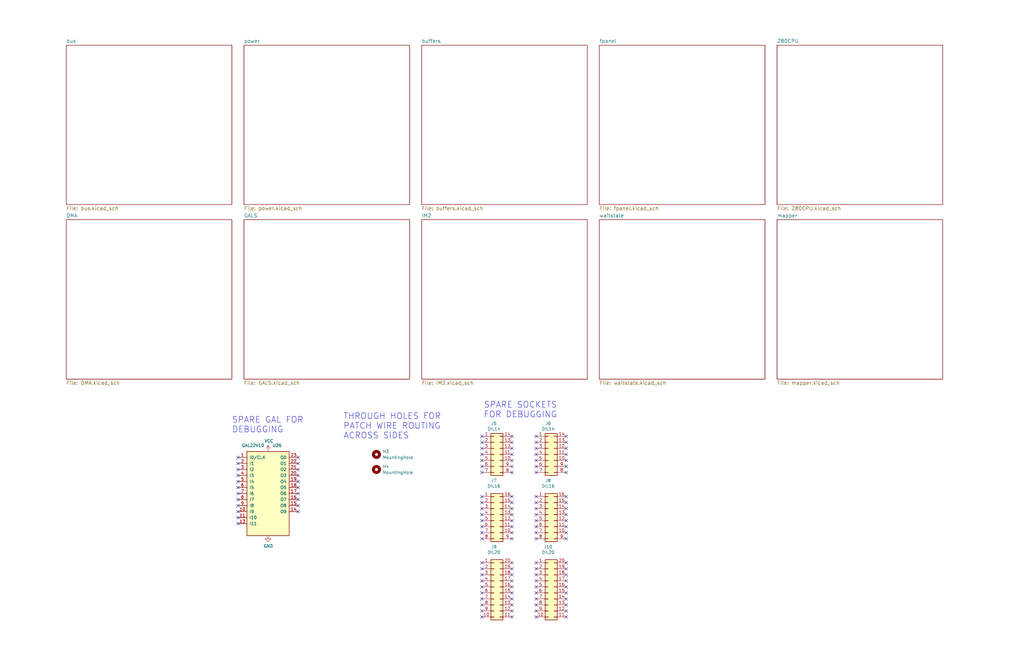
<source format=kicad_sch>
(kicad_sch (version 20211123) (generator eeschema)
  (paper "B")
  (lib_symbols
    (symbol "Connector_Generic:Conn_02x07_Counter_Clockwise" (pin_names (offset 1.016) hide)
      (property "Reference" "J" (at 1.27 10.16 0))
      (property "Value" "Conn_02x07_Counter_Clockwise" (at 1.27 -10.16 0))
      (symbol "Conn_02x07_Counter_Clockwise_1_1"
        (rectangle (start -1.27 -7.493) (end 0 -7.747) (stroke (width 0.1524)))
        (rectangle (start -1.27 -4.953) (end 0 -5.207) (stroke (width 0.1524)))
        (rectangle (start -1.27 -2.413) (end 0 -2.667) (stroke (width 0.1524)))
        (rectangle (start -1.27 0.127) (end 0 -0.127) (stroke (width 0.1524)))
        (rectangle (start -1.27 2.667) (end 0 2.413) (stroke (width 0.1524)))
        (rectangle (start -1.27 5.207) (end 0 4.953) (stroke (width 0.1524)))
        (rectangle (start -1.27 7.747) (end 0 7.493) (stroke (width 0.1524)))
        (rectangle (start -1.27 8.89) (end 3.81 -8.89) (stroke (width 0.254)) (fill (type background)))
        (rectangle (start 3.81 -7.493) (end 2.54 -7.747) (stroke (width 0.1524)))
        (rectangle (start 3.81 -4.953) (end 2.54 -5.207) (stroke (width 0.1524)))
        (rectangle (start 3.81 -2.413) (end 2.54 -2.667) (stroke (width 0.1524)))
        (rectangle (start 3.81 0.127) (end 2.54 -0.127) (stroke (width 0.1524)))
        (rectangle (start 3.81 2.667) (end 2.54 2.413) (stroke (width 0.1524)))
        (rectangle (start 3.81 5.207) (end 2.54 4.953) (stroke (width 0.1524)))
        (rectangle (start 3.81 7.747) (end 2.54 7.493) (stroke (width 0.1524)))
        (pin passive line (at -5.08 7.62 0) (length 3.81) (name "Pin_1") (number "1"))
        (pin passive line (at 7.62 -2.54 180) (length 3.81) (name "Pin_10") (number "10"))
        (pin passive line (at 7.62 0 180) (length 3.81) (name "Pin_11") (number "11"))
        (pin passive line (at 7.62 2.54 180) (length 3.81) (name "Pin_12") (number "12"))
        (pin passive line (at 7.62 5.08 180) (length 3.81) (name "Pin_13") (number "13"))
        (pin passive line (at 7.62 7.62 180) (length 3.81) (name "Pin_14") (number "14"))
        (pin passive line (at -5.08 5.08 0) (length 3.81) (name "Pin_2") (number "2"))
        (pin passive line (at -5.08 2.54 0) (length 3.81) (name "Pin_3") (number "3"))
        (pin passive line (at -5.08 0 0) (length 3.81) (name "Pin_4") (number "4"))
        (pin passive line (at -5.08 -2.54 0) (length 3.81) (name "Pin_5") (number "5"))
        (pin passive line (at -5.08 -5.08 0) (length 3.81) (name "Pin_6") (number "6"))
        (pin passive line (at -5.08 -7.62 0) (length 3.81) (name "Pin_7") (number "7"))
        (pin passive line (at 7.62 -7.62 180) (length 3.81) (name "Pin_8") (number "8"))
        (pin passive line (at 7.62 -5.08 180) (length 3.81) (name "Pin_9") (number "9"))
      )
    )
    (symbol "Connector_Generic:Conn_02x08_Counter_Clockwise" (pin_names (offset 1.016) hide)
      (property "Reference" "J" (at 1.27 10.16 0))
      (property "Value" "Conn_02x08_Counter_Clockwise" (at 1.27 -12.7 0))
      (symbol "Conn_02x08_Counter_Clockwise_1_1"
        (rectangle (start -1.27 -10.033) (end 0 -10.287) (stroke (width 0.1524)))
        (rectangle (start -1.27 -7.493) (end 0 -7.747) (stroke (width 0.1524)))
        (rectangle (start -1.27 -4.953) (end 0 -5.207) (stroke (width 0.1524)))
        (rectangle (start -1.27 -2.413) (end 0 -2.667) (stroke (width 0.1524)))
        (rectangle (start -1.27 0.127) (end 0 -0.127) (stroke (width 0.1524)))
        (rectangle (start -1.27 2.667) (end 0 2.413) (stroke (width 0.1524)))
        (rectangle (start -1.27 5.207) (end 0 4.953) (stroke (width 0.1524)))
        (rectangle (start -1.27 7.747) (end 0 7.493) (stroke (width 0.1524)))
        (rectangle (start -1.27 8.89) (end 3.81 -11.43) (stroke (width 0.254)) (fill (type background)))
        (rectangle (start 3.81 -10.033) (end 2.54 -10.287) (stroke (width 0.1524)))
        (rectangle (start 3.81 -7.493) (end 2.54 -7.747) (stroke (width 0.1524)))
        (rectangle (start 3.81 -4.953) (end 2.54 -5.207) (stroke (width 0.1524)))
        (rectangle (start 3.81 -2.413) (end 2.54 -2.667) (stroke (width 0.1524)))
        (rectangle (start 3.81 0.127) (end 2.54 -0.127) (stroke (width 0.1524)))
        (rectangle (start 3.81 2.667) (end 2.54 2.413) (stroke (width 0.1524)))
        (rectangle (start 3.81 5.207) (end 2.54 4.953) (stroke (width 0.1524)))
        (rectangle (start 3.81 7.747) (end 2.54 7.493) (stroke (width 0.1524)))
        (pin passive line (at -5.08 7.62 0) (length 3.81) (name "Pin_1") (number "1"))
        (pin passive line (at 7.62 -7.62 180) (length 3.81) (name "Pin_10") (number "10"))
        (pin passive line (at 7.62 -5.08 180) (length 3.81) (name "Pin_11") (number "11"))
        (pin passive line (at 7.62 -2.54 180) (length 3.81) (name "Pin_12") (number "12"))
        (pin passive line (at 7.62 0 180) (length 3.81) (name "Pin_13") (number "13"))
        (pin passive line (at 7.62 2.54 180) (length 3.81) (name "Pin_14") (number "14"))
        (pin passive line (at 7.62 5.08 180) (length 3.81) (name "Pin_15") (number "15"))
        (pin passive line (at 7.62 7.62 180) (length 3.81) (name "Pin_16") (number "16"))
        (pin passive line (at -5.08 5.08 0) (length 3.81) (name "Pin_2") (number "2"))
        (pin passive line (at -5.08 2.54 0) (length 3.81) (name "Pin_3") (number "3"))
        (pin passive line (at -5.08 0 0) (length 3.81) (name "Pin_4") (number "4"))
        (pin passive line (at -5.08 -2.54 0) (length 3.81) (name "Pin_5") (number "5"))
        (pin passive line (at -5.08 -5.08 0) (length 3.81) (name "Pin_6") (number "6"))
        (pin passive line (at -5.08 -7.62 0) (length 3.81) (name "Pin_7") (number "7"))
        (pin passive line (at -5.08 -10.16 0) (length 3.81) (name "Pin_8") (number "8"))
        (pin passive line (at 7.62 -10.16 180) (length 3.81) (name "Pin_9") (number "9"))
      )
    )
    (symbol "Connector_Generic:Conn_02x10_Counter_Clockwise" (pin_names (offset 1.016) hide)
      (property "Reference" "J" (at 1.27 12.7 0))
      (property "Value" "Conn_02x10_Counter_Clockwise" (at 1.27 -15.24 0))
      (symbol "Conn_02x10_Counter_Clockwise_1_1"
        (rectangle (start -1.27 -12.573) (end 0 -12.827) (stroke (width 0.1524)))
        (rectangle (start -1.27 -10.033) (end 0 -10.287) (stroke (width 0.1524)))
        (rectangle (start -1.27 -7.493) (end 0 -7.747) (stroke (width 0.1524)))
        (rectangle (start -1.27 -4.953) (end 0 -5.207) (stroke (width 0.1524)))
        (rectangle (start -1.27 -2.413) (end 0 -2.667) (stroke (width 0.1524)))
        (rectangle (start -1.27 0.127) (end 0 -0.127) (stroke (width 0.1524)))
        (rectangle (start -1.27 2.667) (end 0 2.413) (stroke (width 0.1524)))
        (rectangle (start -1.27 5.207) (end 0 4.953) (stroke (width 0.1524)))
        (rectangle (start -1.27 7.747) (end 0 7.493) (stroke (width 0.1524)))
        (rectangle (start -1.27 10.287) (end 0 10.033) (stroke (width 0.1524)))
        (rectangle (start -1.27 11.43) (end 3.81 -13.97) (stroke (width 0.254)) (fill (type background)))
        (rectangle (start 3.81 -12.573) (end 2.54 -12.827) (stroke (width 0.1524)))
        (rectangle (start 3.81 -10.033) (end 2.54 -10.287) (stroke (width 0.1524)))
        (rectangle (start 3.81 -7.493) (end 2.54 -7.747) (stroke (width 0.1524)))
        (rectangle (start 3.81 -4.953) (end 2.54 -5.207) (stroke (width 0.1524)))
        (rectangle (start 3.81 -2.413) (end 2.54 -2.667) (stroke (width 0.1524)))
        (rectangle (start 3.81 0.127) (end 2.54 -0.127) (stroke (width 0.1524)))
        (rectangle (start 3.81 2.667) (end 2.54 2.413) (stroke (width 0.1524)))
        (rectangle (start 3.81 5.207) (end 2.54 4.953) (stroke (width 0.1524)))
        (rectangle (start 3.81 7.747) (end 2.54 7.493) (stroke (width 0.1524)))
        (rectangle (start 3.81 10.287) (end 2.54 10.033) (stroke (width 0.1524)))
        (pin passive line (at -5.08 10.16 0) (length 3.81) (name "Pin_1") (number "1"))
        (pin passive line (at -5.08 -12.7 0) (length 3.81) (name "Pin_10") (number "10"))
        (pin passive line (at 7.62 -12.7 180) (length 3.81) (name "Pin_11") (number "11"))
        (pin passive line (at 7.62 -10.16 180) (length 3.81) (name "Pin_12") (number "12"))
        (pin passive line (at 7.62 -7.62 180) (length 3.81) (name "Pin_13") (number "13"))
        (pin passive line (at 7.62 -5.08 180) (length 3.81) (name "Pin_14") (number "14"))
        (pin passive line (at 7.62 -2.54 180) (length 3.81) (name "Pin_15") (number "15"))
        (pin passive line (at 7.62 0 180) (length 3.81) (name "Pin_16") (number "16"))
        (pin passive line (at 7.62 2.54 180) (length 3.81) (name "Pin_17") (number "17"))
        (pin passive line (at 7.62 5.08 180) (length 3.81) (name "Pin_18") (number "18"))
        (pin passive line (at 7.62 7.62 180) (length 3.81) (name "Pin_19") (number "19"))
        (pin passive line (at -5.08 7.62 0) (length 3.81) (name "Pin_2") (number "2"))
        (pin passive line (at 7.62 10.16 180) (length 3.81) (name "Pin_20") (number "20"))
        (pin passive line (at -5.08 5.08 0) (length 3.81) (name "Pin_3") (number "3"))
        (pin passive line (at -5.08 2.54 0) (length 3.81) (name "Pin_4") (number "4"))
        (pin passive line (at -5.08 0 0) (length 3.81) (name "Pin_5") (number "5"))
        (pin passive line (at -5.08 -2.54 0) (length 3.81) (name "Pin_6") (number "6"))
        (pin passive line (at -5.08 -5.08 0) (length 3.81) (name "Pin_7") (number "7"))
        (pin passive line (at -5.08 -7.62 0) (length 3.81) (name "Pin_8") (number "8"))
        (pin passive line (at -5.08 -10.16 0) (length 3.81) (name "Pin_9") (number "9"))
      )
    )
    (symbol "Mechanical:MountingHole" (pin_names (offset 1.016))
      (property "Reference" "H" (at 0 5.08 0))
      (property "Value" "MountingHole" (at 0 3.175 0))
      (symbol "MountingHole_0_1"
        (circle (center 0 0) (radius 1.27) (stroke (width 1.27)))
      )
    )
    (symbol "gal22v10:GAL22V10" (pin_names (offset 1.016))
      (property "Reference" "U" (at -8.89 19.05 0))
      (property "Value" "GAL22V10" (at -1.27 19.05 0))
      (symbol "GAL22V10_0_1"
        (rectangle (start -8.89 -17.78) (end 8.89 17.78) (stroke (width 0.254)) (fill (type background)))
      )
      (symbol "GAL22V10_1_1"
        (pin input line (at -12.7 15.24 0) (length 3.81) (name "I0/CLK") (number "1"))
        (pin input line (at -12.7 -7.62 0) (length 3.81) (name "I9") (number "10"))
        (pin input line (at -12.7 -10.16 0) (length 3.81) (name "I10") (number "11"))
        (pin power_in line (at 0 -17.78 90) (length 0) hide (name "GND") (number "12"))
        (pin input line (at -12.7 -12.7 0) (length 3.81) (name "I11") (number "13"))
        (pin output line (at 12.7 -7.62 180) (length 3.81) (name "O9") (number "14"))
        (pin output line (at 12.7 -5.08 180) (length 3.81) (name "O8") (number "15"))
        (pin output line (at 12.7 -2.54 180) (length 3.81) (name "O7") (number "16"))
        (pin output line (at 12.7 0 180) (length 3.81) (name "O6") (number "17"))
        (pin output line (at 12.7 2.54 180) (length 3.81) (name "O5") (number "18"))
        (pin output line (at 12.7 5.08 180) (length 3.81) (name "O4") (number "19"))
        (pin input line (at -12.7 12.7 0) (length 3.81) (name "I1") (number "2"))
        (pin output line (at 12.7 7.62 180) (length 3.81) (name "O3") (number "20"))
        (pin output line (at 12.7 10.16 180) (length 3.81) (name "O2") (number "21"))
        (pin output line (at 12.7 12.7 180) (length 3.81) (name "O1") (number "22"))
        (pin output line (at 12.7 15.24 180) (length 3.81) (name "O0") (number "23"))
        (pin power_in line (at 0 17.78 270) (length 0) hide (name "VCC") (number "24"))
        (pin input line (at -12.7 10.16 0) (length 3.81) (name "I2") (number "3"))
        (pin input line (at -12.7 7.62 0) (length 3.81) (name "I3") (number "4"))
        (pin input line (at -12.7 5.08 0) (length 3.81) (name "I4") (number "5"))
        (pin input line (at -12.7 2.54 0) (length 3.81) (name "I5") (number "6"))
        (pin input line (at -12.7 0 0) (length 3.81) (name "I6") (number "7"))
        (pin input line (at -12.7 -2.54 0) (length 3.81) (name "I7") (number "8"))
        (pin input line (at -12.7 -5.08 0) (length 3.81) (name "I8") (number "9"))
      )
    )
    (symbol "power:GND" (power) (pin_names (offset 0))
      (property "Value" "GND" (at 0 -3.81 0))
      (symbol "GND_0_1"
        (polyline (pts (xy 0 0) (xy 0 -1.27) (xy 1.27 -1.27) (xy 0 -2.54) (xy -1.27 -1.27) (xy 0 -1.27)))
      )
      (symbol "GND_1_1"
        (pin power_in line (at 0 0 270) (length 0) hide (name "GND") (number "1"))
      )
    )
    (symbol "power:VCC" (power) (pin_names (offset 0))
      (property "Value" "VCC" (at 0 3.81 0))
      (symbol "VCC_0_1"
        (polyline (pts (xy -0.762 1.27) (xy 0 2.54)))
        (polyline (pts (xy 0 0) (xy 0 2.54)))
        (polyline (pts (xy 0 2.54) (xy 0.762 1.27)))
      )
      (symbol "VCC_1_1"
        (pin power_in line (at 0 0 90) (length 0) hide (name "VCC") (number "1"))
      )
    )
  )
  (no_connect (at 125.73 210.82))
  (no_connect (at 215.9 194.31))
  (no_connect (at 125.73 208.28))
  (no_connect (at 100.33 208.28))
  (no_connect (at 100.33 195.58))
  (no_connect (at 238.76 186.69))
  (no_connect (at 238.76 240.03))
  (no_connect (at 203.2 222.25))
  (no_connect (at 226.06 222.25))
  (no_connect (at 203.2 250.19))
  (no_connect (at 215.9 212.09))
  (no_connect (at 238.76 227.33))
  (no_connect (at 203.2 224.79))
  (no_connect (at 100.33 200.66))
  (no_connect (at 226.06 245.11))
  (no_connect (at 238.76 184.15))
  (no_connect (at 215.9 245.11))
  (no_connect (at 203.2 189.23))
  (no_connect (at 238.76 252.73))
  (no_connect (at 203.2 242.57))
  (no_connect (at 215.9 242.57))
  (no_connect (at 203.2 212.09))
  (no_connect (at 215.9 240.03))
  (no_connect (at 100.33 203.2))
  (no_connect (at 226.06 194.31))
  (no_connect (at 125.73 203.2))
  (no_connect (at 226.06 189.23))
  (no_connect (at 238.76 250.19))
  (no_connect (at 238.76 222.25))
  (no_connect (at 125.73 213.36))
  (no_connect (at 215.9 214.63))
  (no_connect (at 238.76 217.17))
  (no_connect (at 215.9 237.49))
  (no_connect (at 238.76 247.65))
  (no_connect (at 203.2 227.33))
  (no_connect (at 203.2 240.03))
  (no_connect (at 125.73 195.58))
  (no_connect (at 125.73 205.74))
  (no_connect (at 203.2 191.77))
  (no_connect (at 203.2 184.15))
  (no_connect (at 226.06 240.03))
  (no_connect (at 226.06 252.73))
  (no_connect (at 238.76 242.57))
  (no_connect (at 238.76 199.39))
  (no_connect (at 125.73 198.12))
  (no_connect (at 226.06 186.69))
  (no_connect (at 215.9 260.35))
  (no_connect (at 238.76 260.35))
  (no_connect (at 226.06 250.19))
  (no_connect (at 203.2 247.65))
  (no_connect (at 226.06 247.65))
  (no_connect (at 215.9 247.65))
  (no_connect (at 226.06 184.15))
  (no_connect (at 100.33 220.98))
  (no_connect (at 203.2 199.39))
  (no_connect (at 226.06 219.71))
  (no_connect (at 203.2 209.55))
  (no_connect (at 238.76 257.81))
  (no_connect (at 100.33 205.74))
  (no_connect (at 215.9 209.55))
  (no_connect (at 100.33 218.44))
  (no_connect (at 226.06 260.35))
  (no_connect (at 238.76 191.77))
  (no_connect (at 226.06 209.55))
  (no_connect (at 100.33 213.36))
  (no_connect (at 238.76 219.71))
  (no_connect (at 203.2 255.27))
  (no_connect (at 226.06 196.85))
  (no_connect (at 100.33 210.82))
  (no_connect (at 215.9 252.73))
  (no_connect (at 215.9 250.19))
  (no_connect (at 203.2 252.73))
  (no_connect (at 226.06 212.09))
  (no_connect (at 226.06 191.77))
  (no_connect (at 238.76 237.49))
  (no_connect (at 215.9 186.69))
  (no_connect (at 203.2 186.69))
  (no_connect (at 226.06 199.39))
  (no_connect (at 238.76 245.11))
  (no_connect (at 226.06 217.17))
  (no_connect (at 100.33 198.12))
  (no_connect (at 215.9 217.17))
  (no_connect (at 203.2 260.35))
  (no_connect (at 203.2 245.11))
  (no_connect (at 238.76 194.31))
  (no_connect (at 215.9 199.39))
  (no_connect (at 226.06 257.81))
  (no_connect (at 215.9 222.25))
  (no_connect (at 226.06 237.49))
  (no_connect (at 215.9 224.79))
  (no_connect (at 238.76 189.23))
  (no_connect (at 203.2 217.17))
  (no_connect (at 125.73 215.9))
  (no_connect (at 215.9 255.27))
  (no_connect (at 226.06 227.33))
  (no_connect (at 100.33 215.9))
  (no_connect (at 203.2 214.63))
  (no_connect (at 226.06 224.79))
  (no_connect (at 203.2 237.49))
  (no_connect (at 215.9 184.15))
  (no_connect (at 215.9 189.23))
  (no_connect (at 238.76 224.79))
  (no_connect (at 203.2 219.71))
  (no_connect (at 203.2 194.31))
  (no_connect (at 226.06 214.63))
  (no_connect (at 100.33 193.04))
  (no_connect (at 238.76 255.27))
  (no_connect (at 203.2 257.81))
  (no_connect (at 125.73 200.66))
  (no_connect (at 238.76 214.63))
  (no_connect (at 226.06 242.57))
  (no_connect (at 238.76 196.85))
  (no_connect (at 215.9 196.85))
  (no_connect (at 226.06 255.27))
  (no_connect (at 203.2 196.85))
  (no_connect (at 215.9 219.71))
  (no_connect (at 215.9 227.33))
  (no_connect (at 125.73 193.04))
  (no_connect (at 215.9 257.81))
  (no_connect (at 215.9 191.77))
  (no_connect (at 238.76 212.09))
  (no_connect (at 238.76 209.55))
  (text "THROUGH HOLES FOR\nPATCH WIRE ROUTING\nACROSS SIDES" (at 144.78 185.42 0) (effects (font (size 2.54 2.54)) (justify left bottom)))
  (text "SPARE GAL FOR\nDEBUGGING" (at 97.79 182.88 0) (effects (font (size 2.54 2.54)) (justify left bottom)))
  (text "SPARE SOCKETS\nFOR DEBUGGING" (at 234.95 176.53 180) (effects (font (size 2.54 2.54)) (justify right bottom)))
  (symbol (lib_id "Connector_Generic:Conn_02x07_Counter_Clockwise") (at 208.28 191.77 0) (unit 1)
    (property "Reference" "J5" (at 208.28 178.689 0))
    (property "Value" "DIL14" (at 208.28 181.0004 0))
    (property "Footprint" "Package_DIP:DIP-14_W7.62mm" (effects hide))
  )
  (symbol (lib_id "Connector_Generic:Conn_02x08_Counter_Clockwise") (at 208.28 217.17 0) (unit 1)
    (property "Reference" "J7" (at 208.28 202.819 0))
    (property "Value" "DIL16" (at 208.28 205.1304 0))
    (property "Footprint" "Package_DIP:DIP-16_W7.62mm" (effects hide))
  )
  (symbol (lib_id "Connector_Generic:Conn_02x10_Counter_Clockwise") (at 208.28 247.65 0) (unit 1)
    (property "Reference" "J9" (at 208.28 230.759 0))
    (property "Value" "DIL20" (at 208.28 233.0704 0))
    (property "Footprint" "Package_DIP:DIP-20_W7.62mm" (effects hide))
  )
  (symbol (lib_id "Connector_Generic:Conn_02x07_Counter_Clockwise") (at 231.14 191.77 0) (unit 1)
    (property "Reference" "J6" (at 231.14 178.689 0))
    (property "Value" "DIL14" (at 231.14 181.0004 0))
    (property "Footprint" "Package_DIP:DIP-14_W7.62mm" (effects hide))
  )
  (symbol (lib_id "Connector_Generic:Conn_02x08_Counter_Clockwise") (at 231.14 217.17 0) (unit 1)
    (property "Reference" "J8" (at 231.14 202.819 0))
    (property "Value" "DIL16" (at 231.14 205.1304 0))
    (property "Footprint" "Package_DIP:DIP-16_W7.62mm" (effects hide))
  )
  (symbol (lib_id "Connector_Generic:Conn_02x10_Counter_Clockwise") (at 231.14 247.65 0) (unit 1)
    (property "Reference" "J10" (at 231.14 230.759 0))
    (property "Value" "DIL20" (at 231.14 233.0704 0))
    (property "Footprint" "Package_DIP:DIP-20_W7.62mm" (effects hide))
  )
  (symbol (lib_id "Mechanical:MountingHole") (at 158.75 191.77 0) (unit 1)
    (property "Reference" "H3" (at 161.29 190.4999 0) (effects (justify left)))
    (property "Value" "MountingHole" (at 161.29 193.0399 0) (effects (justify left)))
    (property "Footprint" "MountingHole:MountingHole_2.2mm_M2_DIN965_Pad" (effects hide))
  )
  (symbol (lib_id "Mechanical:MountingHole") (at 158.75 198.12 0) (unit 1)
    (property "Reference" "H4" (at 161.29 196.8499 0) (effects (justify left)))
    (property "Value" "MountingHole" (at 161.29 199.3899 0) (effects (justify left)))
    (property "Footprint" "MountingHole:MountingHole_2.2mm_M2_DIN965_Pad" (effects hide))
  )
  (symbol (lib_id "power:VCC") (at 113.03 190.5 0) (unit 1)
    (property "Reference" "#PWR02" (effects hide))
    (property "Value" "VCC" (at 113.411 186.1058 0))
  )
  (symbol (lib_id "power:GND") (at 113.03 226.06 0) (unit 1)
    (property "Reference" "#PWR017" (effects hide))
    (property "Value" "GND" (at 113.157 230.4542 0))
  )
  (symbol (lib_id "gal22v10:GAL22V10") (at 113.03 208.28 0) (unit 1)
    (property "Reference" "U26" (at 116.84 187.96 0))
    (property "Value" "GAL22V10" (at 106.68 187.96 0))
    (property "Footprint" "Package_DIP:DIP-24_W7.62mm" (effects hide))
  )
  (sheet (at 102.87 92.71) (size 69.85 67.31)
    (property "Sheet name" "GALS" (at 102.87 91.8714 0) (effects (font (size 1.524 1.524)) (justify left bottom)))
    (property "Sheet file" "GALS.kicad_sch" (at 102.87 160.7062 0) (effects (font (size 1.524 1.524)) (justify left top)))
  )
  (sheet (at 327.66 19.05) (size 69.85 67.31)
    (property "Sheet name" "Z80CPU" (at 327.66 18.2114 0) (effects (font (size 1.524 1.524)) (justify left bottom)))
    (property "Sheet file" "Z80CPU.kicad_sch" (at 327.66 87.0462 0) (effects (font (size 1.524 1.524)) (justify left top)))
  )
  (sheet (at 327.66 92.71) (size 69.85 67.31)
    (property "Sheet name" "mapper" (at 327.66 91.8714 0) (effects (font (size 1.524 1.524)) (justify left bottom)))
    (property "Sheet file" "mapper.kicad_sch" (at 327.66 160.7062 0) (effects (font (size 1.524 1.524)) (justify left top)))
  )
  (sheet (at 252.73 19.05) (size 69.85 67.31)
    (property "Sheet name" "fpanel" (at 252.73 18.2114 0) (effects (font (size 1.524 1.524)) (justify left bottom)))
    (property "Sheet file" "fpanel.kicad_sch" (at 252.73 87.0462 0) (effects (font (size 1.524 1.524)) (justify left top)))
  )
  (sheet (at 27.94 19.05) (size 69.85 67.31)
    (property "Sheet name" "bus" (at 27.94 18.2114 0) (effects (font (size 1.524 1.524)) (justify left bottom)))
    (property "Sheet file" "bus.kicad_sch" (at 27.94 87.0462 0) (effects (font (size 1.524 1.524)) (justify left top)))
  )
  (sheet (at 252.73 92.71) (size 69.85 67.31)
    (property "Sheet name" "waitstate" (at 252.73 91.8714 0) (effects (font (size 1.524 1.524)) (justify left bottom)))
    (property "Sheet file" "waitstate.kicad_sch" (at 252.73 160.7062 0) (effects (font (size 1.524 1.524)) (justify left top)))
  )
  (sheet (at 102.87 19.05) (size 69.85 67.31)
    (property "Sheet name" "power" (at 102.87 18.2114 0) (effects (font (size 1.524 1.524)) (justify left bottom)))
    (property "Sheet file" "power.kicad_sch" (at 102.87 87.0462 0) (effects (font (size 1.524 1.524)) (justify left top)))
  )
  (sheet (at 177.8 19.05) (size 69.85 67.31)
    (property "Sheet name" "buffers" (at 177.8 18.2114 0) (effects (font (size 1.524 1.524)) (justify left bottom)))
    (property "Sheet file" "buffers.kicad_sch" (at 177.8 87.0462 0) (effects (font (size 1.524 1.524)) (justify left top)))
  )
  (sheet (at 27.94 92.71) (size 69.85 67.31)
    (property "Sheet name" "DMA" (at 27.94 91.8714 0) (effects (font (size 1.524 1.524)) (justify left bottom)))
    (property "Sheet file" "DMA.kicad_sch" (at 27.94 160.7062 0) (effects (font (size 1.524 1.524)) (justify left top)))
  )
  (sheet (at 177.8 92.71) (size 69.85 67.31)
    (property "Sheet name" "IM2" (at 177.8 91.8714 0) (effects (font (size 1.524 1.524)) (justify left bottom)))
    (property "Sheet file" "IM2.kicad_sch" (at 177.8 160.7062 0) (effects (font (size 1.524 1.524)) (justify left top)))
  )
)
</source>
